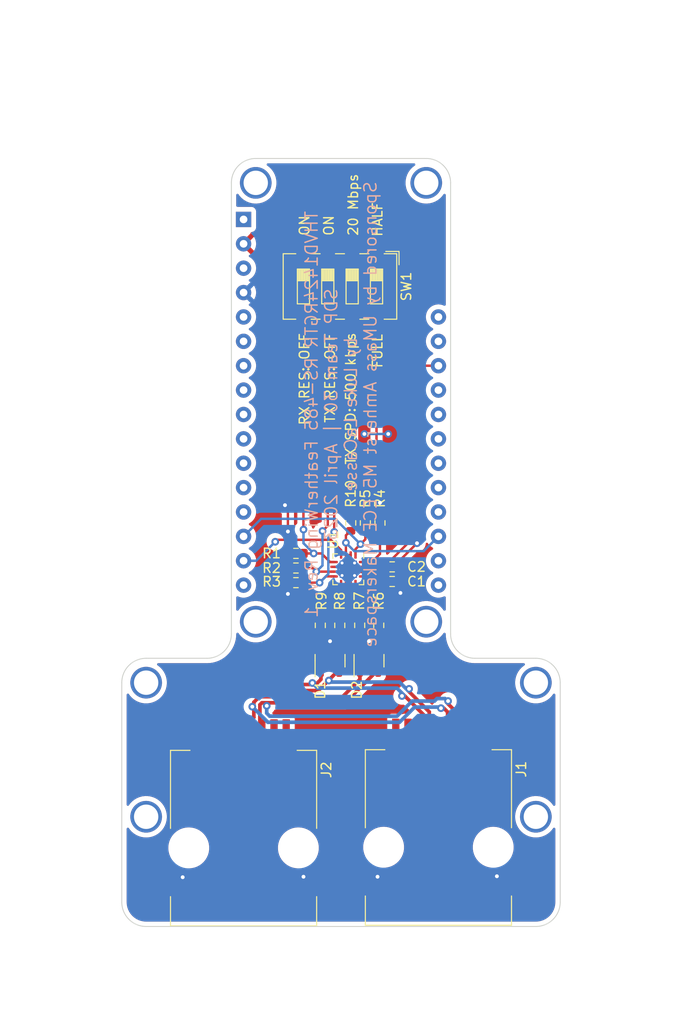
<source format=kicad_pcb>
(kicad_pcb (version 20211014) (generator pcbnew)
  (title_block (title "THVD1424RGTR RS-485 FeatherWing") (date "2023-04-12") (rev "1") (company "SDP Team 30") (comment 1 "by Luke LaCasse") (comment 2 "Sponsored by UMass Amherst M5 ECE Makerspace"))
  (layers (0 "F.Cu" signal) (31 "B.Cu" signal) (34 "B.Paste" user) (35 "F.Paste" user) (36 "B.SilkS" user "B.Silkscreen") (37 "F.SilkS" user "F.Silkscreen") (38 "B.Mask" user) (39 "F.Mask" user) (44 "Edge.Cuts" user))
  (net 0 "")
  (net 1 "GND")
  (net 2 "+5V")
  (net 3 "+3V3")
  (net 4 "/D1_N")
  (net 5 "/D1_P")
  (net 18 "/RX")
  (net 19 "/TX")
  (net 23 "/DE{slash}~{RE}")
  (net 32 "/D2_N")
  (net 33 "/D2_P")
  (net 36 "/TERM_TX")
  (net 37 "/TERM_RX")
  (net 38 "/SLR")
  (net 39 "/H{slash}~{F}")
  (net 40 "/Y")
  (net 41 "/Z")
  (net 44 "/A")
  (net 45 "/B")
  (footprint "SDP_KICAD_FOOTPRINT:0955406888-MOLEX" (layer "F.Cu") (at 83.82 126.365)
    (fp_text reference "J1" (at 8.636 -8.128 90 unlocked) (layer "F.SilkS"))
    (fp_text value "8P8C_Shielded")
    (fp_line (start -7.62 -10.16) (end -7.62 -2.032) (layer "F.SilkS") (width 0.12))
    (fp_line (start -5.588 -10.16) (end -7.62 -10.16) (layer "F.SilkS") (width 0.12))
    (fp_line (start 7.62 -2.032) (end 7.62 -10.16) (layer "F.SilkS") (width 0.12))
    (fp_line (start -7.62 8.128) (end 7.62 8.128) (layer "F.SilkS") (width 0.12))
    (fp_line (start 7.62 8.128) (end 7.62 5.08) (layer "F.SilkS") (width 0.12))
    (fp_line (start -7.62 8.128) (end -7.62 5.08) (layer "F.SilkS") (width 0.12))
    (fp_line (start 7.62 -10.16) (end 5.588 -10.16) (layer "F.SilkS") (width 0.12))
    (pad "" np_thru_hole circle (at 5.715 0) (size 3.25 3.25) (drill 3.25) (layers F&B.Cu *.Mask))
    (pad "" np_thru_hole circle (at -5.715 0) (size 3.25 3.25) (drill 3.25) (layers F&B.Cu *.Mask))
    (pad "1" smd rect (at -4.445 -10.225) (size 0.76 6.35) (layers "F.Cu" "F.Paste" "F.Mask"))
    (pad "2" smd rect (at -3.175 -10.225) (size 0.76 6.35) (layers "F.Cu" "F.Paste" "F.Mask"))
    (pad "3" smd rect (at -1.905 -10.225) (size 0.76 6.35) (layers "F.Cu" "F.Paste" "F.Mask") (net 4 "/D1_N"))
    (pad "4" smd rect (at -0.635 -10.225) (size 0.76 6.35) (layers "F.Cu" "F.Paste" "F.Mask") (net 5 "/D1_P"))
    (pad "5" smd rect (at 0.635 -10.225) (size 0.76 6.35) (layers "F.Cu" "F.Paste" "F.Mask") (net 32 "/D2_N"))
    (pad "6" smd rect (at 1.905 -10.225) (size 0.76 6.35) (layers "F.Cu" "F.Paste" "F.Mask") (net 33 "/D2_P"))
    (pad "7" smd rect (at 3.175 -10.225) (size 0.76 6.35) (layers "F.Cu" "F.Paste" "F.Mask"))
    (pad "8" smd rect (at 4.445 -10.225) (size 0.76 6.35) (layers "F.Cu" "F.Paste" "F.Mask"))
    (pad "SH" smd rect (at 8.465 3.05) (size 2.54 2.94) (layers "F.Cu" "F.Paste" "F.Mask") (net 1 "GND"))
    (pad "SH" smd rect (at -8.465 3.05) (size 2.54 2.94) (layers "F.Cu" "F.Paste" "F.Mask") (net 1 "GND"))
  )
  (footprint "Resistor_SMD:R_0603_1608Metric" (layer "F.Cu") (at 77.597 103.246 -90)
    (fp_text reference "R6" (at -2.535 0 90) (layer "F.SilkS"))
    (fp_text value "10")
    (fp_line (start -0.237258 0.5225) (end 0.237258 0.5225) (layer "F.SilkS") (width 0.12))
    (fp_line (start -0.237258 -0.5225) (end 0.237258 -0.5225) (layer "F.SilkS") (width 0.12))
    (pad "1" smd roundrect (at -0.825 0 270) (size 0.8 0.95) (layers "F.Cu" "F.Paste" "F.Mask") (net 44 "/A"))
    (pad "2" smd roundrect (at 0.825 0 270) (size 0.8 0.95) (layers "F.Cu" "F.Paste" "F.Mask") (net 33 "/D2_P"))
  )
  (footprint "" (layer "F.Cu") (at 82.55 57.15)
    (fp_text reference "" (at 0 0) (layer "F.SilkS") (effects (font (size 1.27 1.27))))
    (fp_text value "" (at 0 0) (layer "F.SilkS") (effects (font (size 1.27 1.27))))
    (pad "1" thru_hole circle (at 0 0) (size 3.302 3.302) (drill 2.54) (layers *.Cu *.Mask))
  )
  (footprint "" (layer "F.Cu") (at 82.55 102.87)
    (fp_text reference "" (at 0 0) (layer "F.SilkS") (effects (font (size 1.27 1.27))))
    (fp_text value "" (at 0 0) (layer "F.SilkS") (effects (font (size 1.27 1.27))))
    (pad "1" thru_hole circle (at 0 0) (size 3.302 3.302) (drill 2.54) (layers *.Cu *.Mask))
  )
  (footprint "Resistor_SMD:R_0603_1608Metric" (layer "F.Cu") (at 74.676 92.578 -90)
    (fp_text reference "R10" (at -3.043 0 90) (layer "F.SilkS"))
    (fp_text value "10k")
    (fp_line (start -0.237258 -0.5225) (end 0.237258 -0.5225) (layer "F.SilkS") (width 0.12))
    (fp_line (start -0.237258 0.5225) (end 0.237258 0.5225) (layer "F.SilkS") (width 0.12))
    (pad "1" smd roundrect (at -0.825 0 270) (size 0.8 0.95) (layers "F.Cu" "F.Paste" "F.Mask") (net 3 "+3V3"))
    (pad "2" smd roundrect (at 0.825 0 270) (size 0.8 0.95) (layers "F.Cu" "F.Paste" "F.Mask") (net 23 "/DE{slash}~{RE}"))
  )
  (footprint "" (layer "F.Cu") (at 53.34 109.22)
    (fp_text reference "" (at 0 0) (layer "F.SilkS") (effects (font (size 1.27 1.27))))
    (fp_text value "" (at 0 0) (layer "F.SilkS") (effects (font (size 1.27 1.27))))
    (pad "1" thru_hole circle (at 0 0) (size 3.302 3.302) (drill 2.54) (layers *.Cu *.Mask))
  )
  (footprint "Resistor_SMD:R_0603_1608Metric" (layer "F.Cu") (at 68.961 97.277 180)
    (fp_text reference "R2" (at 2.54 0) (layer "F.SilkS"))
    (fp_text value "10k")
    (fp_line (start -0.237258 0.5225) (end 0.237258 0.5225) (layer "F.SilkS") (width 0.12))
    (fp_line (start -0.237258 -0.5225) (end 0.237258 -0.5225) (layer "F.SilkS") (width 0.12))
    (pad "1" smd roundrect (at -0.825 0 180) (size 0.8 0.95) (layers "F.Cu" "F.Paste" "F.Mask") (net 37 "/TERM_RX"))
    (pad "2" smd roundrect (at 0.825 0 180) (size 0.8 0.95) (layers "F.Cu" "F.Paste" "F.Mask") (net 1 "GND"))
  )
  (footprint "" (layer "F.Cu") (at 64.77 57.15)
    (fp_text reference "" (at 0 0) (layer "F.SilkS") (effects (font (size 1.27 1.27))))
    (fp_text value "" (at 0 0) (layer "F.SilkS") (effects (font (size 1.27 1.27))))
    (pad "1" thru_hole circle (at 0 0) (size 3.302 3.302) (drill 2.54) (layers *.Cu *.Mask))
  )
  (footprint "" (layer "F.Cu") (at 53.34 123.19)
    (fp_text reference "" (at 0 0) (layer "F.SilkS") (effects (font (size 1.27 1.27))))
    (fp_text value "" (at 0 0) (layer "F.SilkS") (effects (font (size 1.27 1.27))))
    (pad "1" thru_hole circle (at 0 0) (size 3.302 3.302) (drill 2.54) (layers *.Cu *.Mask))
  )
  (footprint "Resistor_SMD:R_0603_1608Metric" (layer "F.Cu") (at 71.501 103.251 -90)
    (fp_text reference "R9" (at -2.535 -0.127 90) (layer "F.SilkS"))
    (fp_text value "10")
    (fp_line (start -0.237258 -0.5225) (end 0.237258 -0.5225) (layer "F.SilkS") (width 0.12))
    (fp_line (start -0.237258 0.5225) (end 0.237258 0.5225) (layer "F.SilkS") (width 0.12))
    (pad "1" smd roundrect (at -0.825 0 270) (size 0.8 0.95) (layers "F.Cu" "F.Paste" "F.Mask") (net 40 "/Y"))
    (pad "2" smd roundrect (at 0.825 0 270) (size 0.8 0.95) (layers "F.Cu" "F.Paste" "F.Mask") (net 4 "/D1_N"))
  )
  (footprint "Resistor_SMD:R_0603_1608Metric" (layer "F.Cu") (at 76.2 92.583 -90)
    (fp_text reference "R5" (at -2.54 0 90) (layer "F.SilkS"))
    (fp_text value "10k")
    (fp_line (start -0.237258 -0.5225) (end 0.237258 -0.5225) (layer "F.SilkS") (width 0.12))
    (fp_line (start -0.237258 0.5225) (end 0.237258 0.5225) (layer "F.SilkS") (width 0.12))
    (pad "1" smd roundrect (at -0.825 0 270) (size 0.8 0.95) (layers "F.Cu" "F.Paste" "F.Mask") (net 3 "+3V3"))
    (pad "2" smd roundrect (at 0.825 0 270) (size 0.8 0.95) (layers "F.Cu" "F.Paste" "F.Mask") (net 18 "/RX"))
  )
  (footprint "Resistor_SMD:R_0603_1608Metric" (layer "F.Cu") (at 73.533 103.251 -90)
    (fp_text reference "R8" (at -2.535 0 90) (layer "F.SilkS"))
    (fp_text value "10")
    (fp_line (start -0.237258 0.5225) (end 0.237258 0.5225) (layer "F.SilkS") (width 0.12))
    (fp_line (start -0.237258 -0.5225) (end 0.237258 -0.5225) (layer "F.SilkS") (width 0.12))
    (pad "1" smd roundrect (at -0.825 0 270) (size 0.8 0.95) (layers "F.Cu" "F.Paste" "F.Mask") (net 41 "/Z"))
    (pad "2" smd roundrect (at 0.825 0 270) (size 0.8 0.95) (layers "F.Cu" "F.Paste" "F.Mask") (net 5 "/D1_P"))
  )
  (footprint "Resistor_SMD:R_0603_1608Metric" (layer "F.Cu") (at 75.611 103.246 -90)
    (fp_text reference "R7" (at -2.535 0.046 90) (layer "F.SilkS"))
    (fp_text value "10")
    (fp_line (start -0.237258 0.5225) (end 0.237258 0.5225) (layer "F.SilkS") (width 0.12))
    (fp_line (start -0.237258 -0.5225) (end 0.237258 -0.5225) (layer "F.SilkS") (width 0.12))
    (pad "1" smd roundrect (at -0.825 0 270) (size 0.8 0.95) (layers "F.Cu" "F.Paste" "F.Mask") (net 45 "/B"))
    (pad "2" smd roundrect (at 0.825 0 270) (size 0.8 0.95) (layers "F.Cu" "F.Paste" "F.Mask") (net 32 "/D2_N"))
  )
  (footprint "Resistor_SMD:R_0603_1608Metric" (layer "F.Cu") (at 78.994 97.155)
    (fp_text reference "C2" (at 2.54 0) (layer "F.SilkS"))
    (fp_text value "1uF")
    (fp_line (start -0.237258 -0.5225) (end 0.237258 -0.5225) (layer "F.SilkS") (width 0.12))
    (fp_line (start -0.237258 0.5225) (end 0.237258 0.5225) (layer "F.SilkS") (width 0.12))
    (pad "1" smd roundrect (at -0.825 0) (size 0.8 0.95) (layers "F.Cu" "F.Paste" "F.Mask") (net 2 "+5V"))
    (pad "2" smd roundrect (at 0.825 0) (size 0.8 0.95) (layers "F.Cu" "F.Paste" "F.Mask") (net 1 "GND"))
  )
  (footprint "Resistor_SMD:R_0603_1608Metric" (layer "F.Cu") (at 68.961 95.753 180)
    (fp_text reference "R1" (at 2.54 0) (layer "F.SilkS"))
    (fp_text value "10k")
    (fp_line (start -0.237258 0.5225) (end 0.237258 0.5225) (layer "F.SilkS") (width 0.12))
    (fp_line (start -0.237258 -0.5225) (end 0.237258 -0.5225) (layer "F.SilkS") (width 0.12))
    (pad "1" smd roundrect (at -0.825 0 180) (size 0.8 0.95) (layers "F.Cu" "F.Paste" "F.Mask") (net 36 "/TERM_TX"))
    (pad "2" smd roundrect (at 0.825 0 180) (size 0.8 0.95) (layers "F.Cu" "F.Paste" "F.Mask") (net 1 "GND"))
  )
  (footprint "Button_Switch_SMD:SW_DIP_SPSTx04_Slide_6.7x11.72mm_W6.73mm_P2.54mm_LowProfile_JPin" (layer "F.Cu") (at 73.5525 67.945 -90)
    (fp_text reference "SW1" (at 0 -6.92 -270) (layer "F.SilkS"))
    (fp_text value "SW_DIP_x04")
    (fp_line (start -1.81 -3.175) (end 1.81 -3.175) (layer "F.SilkS") (width 0.12))
    (fp_line (start -1.81 -1.065) (end -0.603333 -1.065) (layer "F.SilkS") (width 0.12))
    (fp_line (start -3.41 -5.92) (end -3.41 -4.61) (layer "F.SilkS") (width 0.12))
    (fp_line (start 1.81 4.445) (end 1.81 3.175) (layer "F.SilkS") (width 0.12))
    (fp_line (start -1.81 -3.965) (end -0.603333 -3.965) (layer "F.SilkS") (width 0.12))
    (fp_line (start -1.81 3.775) (end -0.603333 3.775) (layer "F.SilkS") (width 0.12))
    (fp_line (start -1.81 -3.725) (end -0.603333 -3.725) (layer "F.SilkS") (width 0.12))
    (fp_line (start -1.81 3.415) (end -0.603333 3.415) (layer "F.SilkS") (width 0.12))
    (fp_line (start 3.41 2.07) (end 3.41 3.01) (layer "F.SilkS") (width 0.12))
    (fp_line (start 3.41 -0.47) (end 3.41 0.47) (layer "F.SilkS") (width 0.12))
    (fp_line (start -1.81 -1.665) (end -0.603333 -1.665) (layer "F.SilkS") (width 0.12))
    (fp_line (start -1.81 4.015) (end -0.603333 4.015) (layer "F.SilkS") (width 0.12))
    (fp_line (start -1.81 -1.305) (end -0.603333 -1.305) (layer "F.SilkS") (width 0.12))
    (fp_line (start 1.81 -0.635) (end 1.81 -1.905) (layer "F.SilkS") (width 0.12))
    (fp_line (start -1.81 -0.705) (end -0.603333 -0.705) (layer "F.SilkS") (width 0.12))
    (fp_line (start -1.81 -1.425) (end -0.603333 -1.425) (layer "F.SilkS") (width 0.12))
    (fp_line (start -1.81 -4.325) (end -0.603333 -4.325) (layer "F.SilkS") (width 0.12))
    (fp_line (start -0.603333 0.635) (end -0.603333 1.905) (layer "F.SilkS") (width 0.12))
    (fp_line (start -1.81 3.655) (end -0.603333 3.655) (layer "F.SilkS") (width 0.12))
    (fp_line (start -1.81 4.135) (end -0.603333 4.135) (layer "F.SilkS") (width 0.12))
    (fp_line (start 1.81 -1.905) (end -1.81 -1.905) (layer "F.SilkS") (width 0.12))
    (fp_line (start -1.81 1.715) (end -0.603333 1.715) (layer "F.SilkS") (width 0.12))
    (fp_line (start -1.81 -3.845) (end -0.603333 -3.845) (layer "F.SilkS") (width 0.12))
    (fp_line (start -3.41 2.07) (end -3.41 3.01) (layer "F.SilkS") (width 0.12))
    (fp_line (start -1.81 -4.445) (end -1.81 -3.175) (layer "F.SilkS") (width 0.12))
    (fp_line (start -1.81 -0.945) (end -0.603333 -0.945) (layer "F.SilkS") (width 0.12))
    (fp_line (start 3.41 4.61) (end 3.41 5.92) (layer "F.SilkS") (width 0.12))
    (fp_line (start -1.81 1.835) (end -0.603333 1.835) (layer "F.SilkS") (width 0.12))
    (fp_line (start 1.81 0.635) (end -1.81 0.635) (layer "F.SilkS") (width 0.12))
    (fp_line (start -1.81 1.355) (end -0.603333 1.355) (layer "F.SilkS") (width 0.12))
    (fp_line (start -1.81 1.475) (end -0.603333 1.475) (layer "F.SilkS") (width 0.12))
    (fp_line (start -1.81 4.255) (end -0.603333 4.255) (layer "F.SilkS") (width 0.12))
    (fp_line (start -1.81 1.235) (end -0.603333 1.235) (layer "F.SilkS") (width 0.12))
    (fp_line (start -1.81 1.905) (end 1.81 1.905) (layer "F.SilkS") (width 0.12))
    (fp_line (start -1.81 1.595) (end -0.603333 1.595) (layer "F.SilkS") (width 0.12))
    (fp_line (start -1.81 0.995) (end -0.603333 0.995) (layer "F.SilkS") (width 0.12))
    (fp_line (start -1.81 -0.825) (end -0.603333 -0.825) (layer "F.SilkS") (width 0.12))
    (fp_line (start -1.81 -1.545) (end -0.603333 -1.545) (layer "F.SilkS") (width 0.12))
    (fp_line (start -0.603333 -1.905) (end -0.603333 -0.635) (layer "F.SilkS") (width 0.12))
    (fp_line (start -1.81 3.535) (end -0.603333 3.535) (layer "F.SilkS") (width 0.12))
    (fp_line (start -3.41 -5.92) (end 3.41 -5.92) (layer "F.SilkS") (width 0.12))
    (fp_line (start 3.41 -5.92) (end 3.41 -4.61) (layer "F.SilkS") (width 0.12))
    (fp_line (start 1.81 1.905) (end 1.81 0.635) (layer "F.SilkS") (width 0.12))
    (fp_line (start -1.81 -1.905) (end -1.81 -0.635) (layer "F.SilkS") (width 0.12))
    (fp_line (start -1.81 -1.185) (end -0.603333 -1.185) (layer "F.SilkS") (width 0.12))
    (fp_line (start 1.81 -4.445) (end -1.81 -4.445) (layer "F.SilkS") (width 0.12))
    (fp_line (start -3.41 -0.47) (end -3.41 0.47) (layer "F.SilkS") (width 0.12))
    (fp_line (start -1.81 -3.365) (end -0.603333 -3.365) (layer "F.SilkS") (width 0.12))
    (fp_line (start -1.81 4.445) (end 1.81 4.445) (layer "F.SilkS") (width 0.12))
    (fp_line (start 1.81 3.175) (end -1.81 3.175) (layer "F.SilkS") (width 0.12))
    (fp_line (start -3.41 -3.01) (end -3.41 -2.07) (layer "F.SilkS") (width 0.12))
    (fp_line (start -1.81 -4.205) (end -0.603333 -4.205) (layer "F.SilkS") (width 0.12))
    (fp_line (start -3.65 -6.16) (end -2.267 -6.16) (layer "F.SilkS") (width 0.12))
    (fp_line (start -1.81 0.635) (end -1.81 1.905) (layer "F.SilkS") (width 0.12))
    (fp_line (start 1.81 -3.175) (end 1.81 -4.445) (layer "F.SilkS") (width 0.12))
    (fp_line (start -1.81 1.115) (end -0.603333 1.115) (layer "F.SilkS") (width 0.12))
    (fp_line (start -1.81 -1.785) (end -0.603333 -1.785) (layer "F.SilkS") (width 0.12))
    (fp_line (start -1.81 0.875) (end -0.603333 0.875) (layer "F.SilkS") (width 0.12))
    (fp_line (start -3.41 4.61) (end -3.41 5.92) (layer "F.SilkS") (width 0.12))
    (fp_line (start -1.81 -4.085) (end -0.603333 -4.085) (layer "F.SilkS") (width 0.12))
    (fp_line (start -0.603333 -4.445) (end -0.603333 -3.175) (layer "F.SilkS") (width 0.12))
    (fp_line (start -1.81 4.375) (end -0.603333 4.375) (layer "F.SilkS") (width 0.12))
    (fp_line (start -3.65 -6.16) (end -3.65 -4.777) (layer "F.SilkS") (width 0.12))
    (fp_line (start -1.81 -3.485) (end -0.603333 -3.485) (layer "F.SilkS") (width 0.12))
    (fp_line (start -1.81 3.175) (end -1.81 4.445) (layer "F.SilkS") (width 0.12))
    (fp_line (start -3.41 5.92) (end 3.41 5.92) (layer "F.SilkS") (width 0.12))
    (fp_line (start -1.81 0.755) (end -0.603333 0.755) (layer "F.SilkS") (width 0.12))
    (fp_line (start -1.81 3.895) (end -0.603333 3.895) (layer "F.SilkS") (width 0.12))
    (fp_line (start 3.41 -3.01) (end 3.41 -2.07) (layer "F.SilkS") (width 0.12))
    (fp_line (start -1.81 3.295) (end -0.603333 3.295) (layer "F.SilkS") (width 0.12))
    (fp_line (start -1.81 -0.635) (end 1.81 -0.635) (layer "F.SilkS") (width 0.12))
    (fp_line (start -1.81 -3.245) (end -0.603333 -3.245) (layer "F.SilkS") (width 0.12))
    (fp_line (start -1.81 -3.605) (end -0.603333 -3.605) (layer "F.SilkS") (width 0.12))
    (fp_line (start -0.603333 3.175) (end -0.603333 4.445) (layer "F.SilkS") (width 0.12))
    (pad "1" smd rect (at -3.365 -3.81 270) (size 2.16 1.12) (layers "F.Cu" "F.Paste" "F.Mask") (net 3 "+3V3"))
    (pad "2" smd rect (at -3.365 -1.27 270) (size 2.16 1.12) (layers "F.Cu" "F.Paste" "F.Mask") (net 3 "+3V3"))
    (pad "3" smd rect (at -3.365 1.27 270) (size 2.16 1.12) (layers "F.Cu" "F.Paste" "F.Mask") (net 3 "+3V3"))
    (pad "4" smd rect (at -3.365 3.81 270) (size 2.16 1.12) (layers "F.Cu" "F.Paste" "F.Mask") (net 3 "+3V3"))
    (pad "5" smd rect (at 3.365 3.81 270) (size 2.16 1.12) (layers "F.Cu" "F.Paste" "F.Mask") (net 36 "/TERM_TX"))
    (pad "6" smd rect (at 3.365 1.27 270) (size 2.16 1.12) (layers "F.Cu" "F.Paste" "F.Mask") (net 37 "/TERM_RX"))
    (pad "7" smd rect (at 3.365 -1.27 270) (size 2.16 1.12) (layers "F.Cu" "F.Paste" "F.Mask") (net 38 "/SLR"))
    (pad "8" smd rect (at 3.365 -3.81 270) (size 2.16 1.12) (layers "F.Cu" "F.Paste" "F.Mask") (net 39 "/H{slash}~{F}"))
  )
  (footprint "Package_DFN_QFN:VQFN-16-1EP_3x3mm_P0.5mm_EP1.8x1.8mm_ThermalVias" (layer "F.Cu") (at 74.422 97.404 -90)
    (fp_text reference "U1" (at -3.0684 1.5748 -90) (layer "F.SilkS"))
    (fp_text value "THVD1424RGTR")
    (fp_line (start 1.61 1.61) (end 1.61 1.135) (layer "F.SilkS") (width 0.12))
    (fp_line (start 1.135 1.61) (end 1.61 1.61) (layer "F.SilkS") (width 0.12))
    (fp_line (start 1.135 -1.61) (end 1.61 -1.61) (layer "F.SilkS") (width 0.12))
    (fp_line (start -1.135 1.61) (end -1.61 1.61) (layer "F.SilkS") (width 0.12))
    (fp_line (start -1.135 -1.61) (end -1.61 -1.61) (layer "F.SilkS") (width 0.12))
    (fp_line (start -1.61 1.61) (end -1.61 1.135) (layer "F.SilkS") (width 0.12))
    (fp_line (start 1.61 -1.61) (end 1.61 -1.135) (layer "F.SilkS") (width 0.12))
    (pad "1" smd roundrect (at -1.4875 -0.75 270) (size 0.775 0.25) (layers "F.Cu" "F.Paste" "F.Mask") (net 18 "/RX"))
    (pad "2" smd roundrect (at -1.4875 -0.25 270) (size 0.775 0.25) (layers "F.Cu" "F.Paste" "F.Mask") (net 23 "/DE{slash}~{RE}"))
    (pad "3" smd roundrect (at -1.4875 0.25 270) (size 0.775 0.25) (layers "F.Cu" "F.Paste" "F.Mask") (net 23 "/DE{slash}~{RE}"))
    (pad "4" smd roundrect (at -1.4875 0.75 270) (size 0.775 0.25) (layers "F.Cu" "F.Paste" "F.Mask") (net 19 "/TX"))
    (pad "5" smd roundrect (at -0.75 1.4875 270) (size 0.25 0.775) (layers "F.Cu" "F.Paste" "F.Mask") (net 36 "/TERM_TX"))
    (pad "6" smd roundrect (at -0.25 1.4875 270) (size 0.25 0.775) (layers "F.Cu" "F.Paste" "F.Mask") (net 1 "GND"))
    (pad "7" smd roundrect (at 0.25 1.4875 270) (size 0.25 0.775) (layers "F.Cu" "F.Paste" "F.Mask") (net 37 "/TERM_RX"))
    (pad "8" smd roundrect (at 0.75 1.4875 270) (size 0.25 0.775) (layers "F.Cu" "F.Paste" "F.Mask") (net 38 "/SLR"))
    (pad "9" smd roundrect (at 1.4875 0.75 270) (size 0.775 0.25) (layers "F.Cu" "F.Paste" "F.Mask") (net 40 "/Y"))
    (pad "10" smd roundrect (at 1.4875 0.25 270) (size 0.775 0.25) (layers "F.Cu" "F.Paste" "F.Mask") (net 41 "/Z"))
    (pad "11" smd roundrect (at 1.4875 -0.25 270) (size 0.775 0.25) (layers "F.Cu" "F.Paste" "F.Mask") (net 45 "/B"))
    (pad "12" smd roundrect (at 1.4875 -0.75 270) (size 0.775 0.25) (layers "F.Cu" "F.Paste" "F.Mask") (net 44 "/A"))
    (pad "13" smd roundrect (at 0.75 -1.4875 270) (size 0.25 0.775) (layers "F.Cu" "F.Paste" "F.Mask") (net 3 "+3V3"))
    (pad "14" smd roundrect (at 0.25 -1.4875 270) (size 0.25 0.775) (layers "F.Cu" "F.Paste" "F.Mask") (net 2 "+5V"))
    (pad "15" smd roundrect (at -0.25 -1.4875 270) (size 0.25 0.775) (layers "F.Cu" "F.Paste" "F.Mask") (net 39 "/H{slash}~{F}"))
    (pad "16" smd roundrect (at -0.75 -1.4875 270) (size 0.25 0.775) (layers "F.Cu" "F.Paste" "F.Mask"))
    (pad "17" thru_hole circle (at 0.65 -0.65 270) (size 0.5 0.5) (drill 0.3) (layers *.Cu) (net 1 "GND"))
    (pad "17" thru_hole circle (at -0.65 -0.65 270) (size 0.5 0.5) (drill 0.3) (layers *.Cu) (net 1 "GND"))
    (pad "17" thru_hole circle (at 0.65 0.65 270) (size 0.5 0.5) (drill 0.3) (layers *.Cu) (net 1 "GND"))
    (pad "17" thru_hole circle (at -0.65 0.65 270) (size 0.5 0.5) (drill 0.3) (layers *.Cu) (net 1 "GND"))
    (pad "17" smd rect (at 0 0 270) (size 1.8 1.8) (layers "F.Cu" "F.Mask") (net 1 "GND"))
    (pad "17" smd rect (at 0 0 270) (size 1.8 1.8) (layers "B.Cu") (net 1 "GND"))
  )
  (footprint "Package_TO_SOT_SMD:SOT-23" (layer "F.Cu") (at 76.581 106.934 90)
    (fp_text reference "D2" (at -3.048 -1.27 90) (layer "F.SilkS"))
    (fp_text value "SM712_SOT23")
    (fp_line (start 0 -1.56) (end 0.65 -1.56) (layer "F.SilkS") (width 0.12))
    (fp_line (start 0 -1.56) (end -1.675 -1.56) (layer "F.SilkS") (width 0.12))
    (fp_line (start 0 1.56) (end -0.65 1.56) (layer "F.SilkS") (width 0.12))
    (fp_line (start 0 1.56) (end 0.65 1.56) (layer "F.SilkS") (width 0.12))
    (pad "1" smd roundrect (at -0.9375 -0.95 90) (size 1.475 0.6) (layers "F.Cu" "F.Paste" "F.Mask") (net 32 "/D2_N"))
    (pad "2" smd roundrect (at -0.9375 0.95 90) (size 1.475 0.6) (layers "F.Cu" "F.Paste" "F.Mask") (net 33 "/D2_P"))
    (pad "3" smd roundrect (at 0.9375 0 90) (size 1.475 0.6) (layers "F.Cu" "F.Paste" "F.Mask") (net 1 "GND"))
  )
  (footprint "Resistor_SMD:R_0603_1608Metric" (layer "F.Cu") (at 77.724 92.583 90)
    (fp_text reference "R4" (at 2.54 0 90) (layer "F.SilkS"))
    (fp_text value "10k")
    (fp_line (start -0.237258 0.5225) (end 0.237258 0.5225) (layer "F.SilkS") (width 0.12))
    (fp_line (start -0.237258 -0.5225) (end 0.237258 -0.5225) (layer "F.SilkS") (width 0.12))
    (pad "1" smd roundrect (at -0.825 0 90) (size 0.8 0.95) (layers "F.Cu" "F.Paste" "F.Mask") (net 39 "/H{slash}~{F}"))
    (pad "2" smd roundrect (at 0.825 0 90) (size 0.8 0.95) (layers "F.Cu" "F.Paste" "F.Mask") (net 1 "GND"))
  )
  (footprint "" (layer "F.Cu") (at 93.98 109.22)
    (fp_text reference "" (at 0 0) (layer "F.SilkS") (effects (font (size 1.27 1.27))))
    (fp_text value "" (at 0 0) (layer "F.SilkS") (effects (font (size 1.27 1.27))))
    (pad "1" thru_hole circle (at 0 0) (size 3.302 3.302) (drill 2.54) (layers *.Cu *.Mask))
  )
  (footprint "" (layer "F.Cu") (at 64.77 102.87)
    (fp_text reference "" (at 0 0) (layer "F.SilkS") (effects (font (size 1.27 1.27))))
    (fp_text value "" (at 0 0) (layer "F.SilkS") (effects (font (size 1.27 1.27))))
    (pad "1" thru_hole circle (at 0 0) (size 3.302 3.302) (drill 2.54) (layers *.Cu *.Mask))
  )
  (footprint "" (layer "F.Cu") (at 93.98 123.19)
    (fp_text reference "" (at 0 0) (layer "F.SilkS") (effects (font (size 1.27 1.27))))
    (fp_text value "" (at 0 0) (layer "F.SilkS") (effects (font (size 1.27 1.27))))
    (pad "1" thru_hole circle (at 0 0) (size 3.302 3.302) (drill 2.54) (layers *.Cu *.Mask))
  )
  (footprint "Module:Adafruit_Feather" (layer "F.Cu") (at 63.5 60.96)
    (fp_text reference "A1" hide)
    (fp_text value "Adafruit_Feather_Generic")
    (pad "1" thru_hole rect locked (at 0 0 180) (size 1.6 1.6) (drill 0.8) (layers *.Cu *.Mask))
    (pad "2" thru_hole circle locked (at 0 2.54 180) (size 1.6 1.6) (drill 0.8) (layers *.Cu *.Mask) (net 3 "+3V3"))
    (pad "3" thru_hole circle locked (at 0 5.08 180) (size 1.6 1.6) (drill 0.8) (layers *.Cu *.Mask))
    (pad "4" thru_hole circle locked (at 0 7.62 180) (size 1.6 1.6) (drill 0.8) (layers *.Cu *.Mask) (net 1 "GND"))
    (pad "5" thru_hole circle locked (at 0 10.16 180) (size 1.6 1.6) (drill 0.8) (layers *.Cu *.Mask))
    (pad "6" thru_hole circle locked (at 0 12.7 180) (size 1.6 1.6) (drill 0.8) (layers *.Cu *.Mask))
    (pad "7" thru_hole circle locked (at 0 15.24 180) (size 1.6 1.6) (drill 0.8) (layers *.Cu *.Mask))
    (pad "8" thru_hole circle locked (at 0 17.78 180) (size 1.6 1.6) (drill 0.8) (layers *.Cu *.Mask))
    (pad "9" thru_hole circle locked (at 0 20.32 180) (size 1.6 1.6) (drill 0.8) (layers *.Cu *.Mask))
    (pad "10" thru_hole circle locked (at 0 22.86 180) (size 1.6 1.6) (drill 0.8) (layers *.Cu *.Mask))
    (pad "11" thru_hole circle locked (at 0 25.4 180) (size 1.6 1.6) (drill 0.8) (layers *.Cu *.Mask))
    (pad "12" thru_hole circle locked (at 0 27.94 180) (size 1.6 1.6) (drill 0.8) (layers *.Cu *.Mask))
    (pad "13" thru_hole circle locked (at 0 30.48 180) (size 1.6 1.6) (drill 0.8) (layers *.Cu *.Mask))
    (pad "14" thru_hole circle locked (at 0 33.02 180) (size 1.6 1.6) (drill 0.8) (layers *.Cu *.Mask) (net 18 "/RX"))
    (pad "15" thru_hole circle locked (at 0 35.56 180) (size 1.6 1.6) (drill 0.8) (layers *.Cu *.Mask) (net 19 "/TX"))
    (pad "16" thru_hole circle locked (at 0 38.1 180) (size 1.6 1.6) (drill 0.8) (layers *.Cu *.Mask))
    (pad "17" thru_hole circle locked (at 20.32 38.1 180) (size 1.6 1.6) (drill 0.8) (layers *.Cu *.Mask))
    (pad "18" thru_hole circle locked (at 20.32 35.56 180) (size 1.6 1.6) (drill 0.8) (layers *.Cu *.Mask))
    (pad "19" thru_hole circle locked (at 20.32 33.02 180) (size 1.6 1.6) (drill 0.8) (layers *.Cu *.Mask) (net 23 "/DE{slash}~{RE}"))
    (pad "20" thru_hole circle locked (at 20.32 30.48 180) (size 1.6 1.6) (drill 0.8) (layers *.Cu *.Mask))
    (pad "21" thru_hole circle locked (at 20.32 27.94 180) (size 1.6 1.6) (drill 0.8) (layers *.Cu *.Mask))
    (pad "22" thru_hole circle locked (at 20.32 25.4 180) (size 1.6 1.6) (drill 0.8) (layers *.Cu *.Mask))
    (pad "23" thru_hole circle locked (at 20.32 22.86 180) (size 1.6 1.6) (drill 0.8) (layers *.Cu *.Mask))
    (pad "24" thru_hole circle locked (at 20.32 20.32 180) (size 1.6 1.6) (drill 0.8) (layers *.Cu *.Mask))
    (pad "25" thru_hole circle locked (at 20.32 17.78 180) (size 1.6 1.6) (drill 0.8) (layers *.Cu *.Mask))
    (pad "26" thru_hole circle locked (at 20.32 15.24 180) (size 1.6 1.6) (drill 0.8) (layers *.Cu *.Mask) (net 2 "+5V"))
    (pad "27" thru_hole circle locked (at 20.32 12.7 180) (size 1.6 1.6) (drill 0.8) (layers *.Cu *.Mask))
    (pad "28" thru_hole circle locked (at 20.32 10.16 180) (size 1.6 1.6) (drill 0.8) (layers *.Cu *.Mask))
  )
  (footprint "Resistor_SMD:R_0603_1608Metric" (layer "F.Cu") (at 68.961 98.801 180)
    (fp_text reference "R3" (at 2.53 0.102) (layer "F.SilkS"))
    (fp_text value "10k")
    (fp_line (start -0.237258 0.5225) (end 0.237258 0.5225) (layer "F.SilkS") (width 0.12))
    (fp_line (start -0.237258 -0.5225) (end 0.237258 -0.5225) (layer "F.SilkS") (width 0.12))
    (pad "1" smd roundrect (at -0.825 0 180) (size 0.8 0.95) (layers "F.Cu" "F.Paste" "F.Mask") (net 38 "/SLR"))
    (pad "2" smd roundrect (at 0.825 0 180) (size 0.8 0.95) (layers "F.Cu" "F.Paste" "F.Mask") (net 1 "GND"))
  )
  (footprint "SDP_KICAD_FOOTPRINT:0955406888-MOLEX" (layer "F.Cu") (at 63.5 126.431)
    (fp_text reference "J2" (at 8.636 -8.128 90 unlocked) (layer "F.SilkS"))
    (fp_text value "8P8C_Shielded")
    (fp_line (start -7.62 8.128) (end 7.62 8.128) (layer "F.SilkS") (width 0.12))
    (fp_line (start 7.62 -10.16) (end 5.588 -10.16) (layer "F.SilkS") (width 0.12))
    (fp_line (start -7.62 -10.16) (end -7.62 -2.032) (layer "F.SilkS") (width 0.12))
    (fp_line (start -5.588 -10.16) (end -7.62 -10.16) (layer "F.SilkS") (width 0.12))
    (fp_line (start -7.62 8.128) (end -7.62 5.08) (layer "F.SilkS") (width 0.12))
    (fp_line (start 7.62 -2.032) (end 7.62 -10.16) (layer "F.SilkS") (width 0.12))
    (fp_line (start 7.62 8.128) (end 7.62 5.08) (layer "F.SilkS") (width 0.12))
    (pad "" np_thru_hole circle (at 5.715 0) (size 3.25 3.25) (drill 3.25) (layers F&B.Cu *.Mask))
    (pad "" np_thru_hole circle (at -5.715 0) (size 3.25 3.25) (drill 3.25) (layers F&B.Cu *.Mask))
    (pad "1" smd rect (at -4.445 -10.225) (size 0.76 6.35) (layers "F.Cu" "F.Paste" "F.Mask"))
    (pad "2" smd rect (at -3.175 -10.225) (size 0.76 6.35) (layers "F.Cu" "F.Paste" "F.Mask"))
    (pad "3" smd rect (at -1.905 -10.225) (size 0.76 6.35) (layers "F.Cu" "F.Paste" "F.Mask") (net 4 "/D1_N"))
    (pad "4" smd rect (at -0.635 -10.225) (size 0.76 6.35) (layers "F.Cu" "F.Paste" "F.Mask") (net 5 "/D1_P"))
    (pad "5" smd rect (at 0.635 -10.225) (size 0.76 6.35) (layers "F.Cu" "F.Paste" "F.Mask") (net 32 "/D2_N"))
    (pad "6" smd rect (at 1.905 -10.225) (size 0.76 6.35) (layers "F.Cu" "F.Paste" "F.Mask") (net 33 "/D2_P"))
    (pad "7" smd rect (at 3.175 -10.225) (size 0.76 6.35) (layers "F.Cu" "F.Paste" "F.Mask"))
    (pad "8" smd rect (at 4.445 -10.225) (size 0.76 6.35) (layers "F.Cu" "F.Paste" "F.Mask"))
    (pad "SH" smd rect (at -8.465 3.05) (size 2.54 2.94) (layers "F.Cu" "F.Paste" "F.Mask") (net 1 "GND"))
    (pad "SH" smd rect (at 8.465 3.05) (size 2.54 2.94) (layers "F.Cu" "F.Paste" "F.Mask") (net 1 "GND"))
  )
  (footprint "Package_TO_SOT_SMD:SOT-23" (layer "F.Cu") (at 72.517 106.934 90)
    (fp_text reference "D1" (at -3.048 -1.016 90) (layer "F.SilkS"))
    (fp_text value "SM712_SOT23")
    (fp_line (start 0 1.56) (end -0.65 1.56) (layer "F.SilkS") (width 0.12))
    (fp_line (start 0 1.56) (end 0.65 1.56) (layer "F.SilkS") (width 0.12))
    (fp_line (start 0 -1.56) (end -1.675 -1.56) (layer "F.SilkS") (width 0.12))
    (fp_line (start 0 -1.56) (end 0.65 -1.56) (layer "F.SilkS") (width 0.12))
    (pad "1" smd roundrect (at -0.9375 -0.95 90) (size 1.475 0.6) (layers "F.Cu" "F.Paste" "F.Mask") (net 4 "/D1_N"))
    (pad "2" smd roundrect (at -0.9375 0.95 90) (size 1.475 0.6) (layers "F.Cu" "F.Paste" "F.Mask") (net 5 "/D1_P"))
    (pad "3" smd roundrect (at 0.9375 0 90) (size 1.475 0.6) (layers "F.Cu" "F.Paste" "F.Mask") (net 1 "GND"))
  )
  (footprint "Resistor_SMD:R_0603_1608Metric" (layer "F.Cu") (at 78.994 98.679)
    (fp_text reference "C1" (at 2.54 0) (layer "F.SilkS"))
    (fp_text value "1uF")
    (fp_line (start -0.237258 0.5225) (end 0.237258 0.5225) (layer "F.SilkS") (width 0.12))
    (fp_line (start -0.237258 -0.5225) (end 0.237258 -0.5225) (layer "F.SilkS") (width 0.12))
    (pad "1" smd roundrect (at -0.825 0) (size 0.8 0.95) (layers "F.Cu" "F.Paste" "F.Mask") (net 3 "+3V3"))
    (pad "2" smd roundrect (at 0.825 0) (size 0.8 0.95) (layers "F.Cu" "F.Paste" "F.Mask") (net 1 "GND"))
  )
  (gr_line (start 96.52 109.22) (end 96.52 132.08) (layer "Edge.Cuts") (width 0.1))
  (gr_arc (start 87.63 106.68) (mid 85.833949 105.936051) (end 85.09 104.14) (layer "Edge.Cuts") (width 0.1))
  (gr_arc (start 53.34 134.62) (mid 51.543949 133.876051) (end 50.8 132.08) (layer "Edge.Cuts") (width 0.1))
  (gr_line (start 53.34 134.62) (end 93.98 134.62) (layer "Edge.Cuts") (width 0.1))
  (gr_arc (start 96.52 132.08) (mid 95.776051 133.876051) (end 93.98 134.62) (layer "Edge.Cuts") (width 0.1))
  (gr_arc (start 50.8 109.22) (mid 51.543949 107.423949) (end 53.34 106.68) (layer "Edge.Cuts") (width 0.1))
  (gr_arc (start 93.98 106.68) (mid 95.776051 107.423949) (end 96.52 109.22) (layer "Edge.Cuts") (width 0.1))
  (gr_line (start 82.55 54.61) (end 64.77 54.61) (layer "Edge.Cuts") (width 0.1))
  (gr_line (start 87.63 106.68) (end 93.98 106.68) (layer "Edge.Cuts") (width 0.1))
  (gr_line (start 50.8 132.08) (end 50.8 109.22) (layer "Edge.Cuts") (width 0.1))
  (gr_arc (start 82.55 54.61) (mid 84.346051 55.353949) (end 85.09 57.15) (layer "Edge.Cuts") (width 0.1))
  (gr_arc (start 62.23 104.14) (mid 61.486051 105.936051) (end 59.69 106.68) (layer "Edge.Cuts") (width 0.1))
  (gr_line (start 53.34 106.68) (end 59.69 106.68) (layer "Edge.Cuts") (width 0.1))
  (gr_arc (start 62.23 57.15) (mid 62.973949 55.353949) (end 64.77 54.61) (layer "Edge.Cuts") (width 0.1))
  (gr_line (start 62.23 57.15) (end 62.23 104.14) (layer "Edge.Cuts") (width 0.1))
  (gr_line (start 85.09 57.15) (end 85.09 104.14) (layer "Edge.Cuts") (width 0.1))
  (gr_text "THVD1424RGTR RS-485 FeatherWing Rev. 1\nSDP Team 30 | April 2023\nby Luke LaCasse\nSponsored by UMass Amherst M5 ECE Makerspace" (at 73.66 81.28 90) (layer "B.SilkS") (effects (font (size 1.27 1.27) (thickness 0.1524)) (justify mirror)))
  (gr_text "FULL" (at 77.47 74.676 90) (layer "F.SilkS") (effects (font (size 1 1))))
  (gr_text "20 Mbps" (at 74.93 59.436 90) (layer "F.SilkS") (effects (font (size 1 1))))
  (gr_text "ON" (at 72.39 61.595 90) (layer "F.SilkS") (effects (font (size 1 1))))
  (gr_text "TX SPD: 500 kbps" (at 74.676 79.629 90) (layer "F.SilkS") (effects (font (size 1 1))))
  (gr_text "RX RES: OFF" (at 69.85 77.597 90) (layer "F.SilkS") (effects (font (size 1 1))))
  (gr_text "TX RES: OFF" (at 72.517 77.47 90) (layer "F.SilkS") (effects (font (size 1 1))))
  (gr_text "ON" (at 69.85 61.595 90) (layer "F.SilkS") (effects (font (size 1 1))))
  (gr_text "HALF" (at 77.47 60.96 90) (layer "F.SilkS") (effects (font (size 1 1))))
  (segment (start 57.1418 129.481) (end 57.15 129.4892) (width 0.25) (layer "F.Cu") (net 1))
  (segment (start 68.1228 93.472) (end 68.1228 91.0336) (width 0.25) (layer "F.Cu") (net 1))
  (segment (start 69.791 129.481) (end 69.7484 129.4384) (width 0.25) (layer "F.Cu") (net 1))
  (segment (start 68.136 95.753) (end 68.136 98.8436) (width 0.25) (layer "F.Cu") (net 1))
  (segment (start 75.355 129.415) (end 77.4466 129.415) (width 0.25) (layer "F.Cu") (net 1))
  (segment (start 89.9434 129.415) (end 89.916 129.3876) (width 0.25) (layer "F.Cu") (net 1))
  (segment (start 55.035 129.481) (end 57.1418 129.481) (width 0.25) (layer "F.Cu") (net 1))
  (segment (start 72.9345 97.154) (end 74.1416 97.154) (width 0.25) (layer "F.Cu") (net 1))
  (segment (start 79.8576 99.8728) (end 79.8576 97.1804) (width 0.25) (layer "F.Cu") (net 1))
  (segment (start 76.581 105.9965) (end 76.581 104.902) (width 0.25) (layer "F.Cu") (net 1))
  (segment (start 79.819 97.155) (end 79.819 96.457) (width 0.25) (layer "F.Cu") (net 1))
  (segment (start 79.819 96.457) (end 81.5848 94.6912) (width 0.25) (layer "F.Cu") (net 1))
  (segment (start 72.517 105.9965) (end 72.517 104.902) (width 0.25) (layer "F.Cu") (net 1))
  (segment (start 79.819 98.6922) (end 79.8068 98.7044) (width 0.25) (layer "F.Cu") (net 1))
  (segment (start 77.724 91.758) (end 77.724 90.4748) (width 0.25) (layer "F.Cu") (net 1))
  (segment (start 71.965 129.481) (end 69.791 129.481) (width 0.25) (layer "F.Cu") (net 1))
  (segment (start 68.1228 91.0336) (end 67.818 90.7288) (width 0.25) (layer "F.Cu") (net 1))
  (segment (start 74.1416 97.154) (end 74.168 97.1804) (width 0.25) (layer "F.Cu") (net 1))
  (segment (start 77.4466 129.415) (end 77.47 129.4384) (width 0.25) (layer "F.Cu") (net 1))
  (segment (start 68.136 99.9612) (end 68.1228 99.9744) (width 0.25) (layer "F.Cu") (net 1))
  (segment (start 68.136 98.801) (end 68.136 99.9612) (width 0.25) (layer "F.Cu") (net 1))
  (segment (start 92.285 129.415) (end 89.9434 129.415) (width 0.25) (layer "F.Cu") (net 1))
  (via (at 67.818 90.7288) (size 0.8) (drill 0.4) (layers "F.Cu" "B.Cu") (net 1))
  (via (at 69.7484 129.4384) (size 0.8) (drill 0.4) (layers "F.Cu" "B.Cu") (net 1))
  (via (at 72.517 104.902) (size 0.8) (drill 0.4) (layers "F.Cu" "B.Cu") (net 1))
  (via (at 68.1228 93.472) (size 0.8) (drill 0.4) (layers "F.Cu" "B.Cu") (net 1))
  (via (at 68.1228 99.9744) (size 0.8) (drill 0.4) (layers "F.Cu" "B.Cu") (net 1))
  (via (at 77.47 129.4384) (size 0.8) (drill 0.4) (layers "F.Cu" "B.Cu") (net 1))
  (via (at 79.8576 99.8728) (size 0.8) (drill 0.4) (layers "F.Cu" "B.Cu") (net 1))
  (via (at 89.916 129.3876) (size 0.8) (drill 0.4) (layers "F.Cu" "B.Cu") (net 1))
  (via (at 81.5848 94.6912) (size 0.8) (drill 0.4) (layers "F.Cu" "B.Cu") (net 1))
  (via (at 57.15 129.4892) (size 0.8) (drill 0.4) (layers "F.Cu" "B.Cu") (net 1))
  (via (at 77.724 90.4748) (size 0.8) (drill 0.4) (layers "F.Cu" "B.Cu") (net 1))
  (via (at 76.581 104.902) (size 0.8) (drill 0.4) (layers "F.Cu" "B.Cu") (net 1))
  (segment (start 80.5688 76.9112) (end 81.28 76.2) (width 0.25) (layer "F.Cu") (net 2))
  (segment (start 81.28 76.2) (end 83.7184 76.2) (width 0.25) (layer "F.Cu") (net 2))
  (segment (start 78.169 97.155) (end 80.5688 94.7552) (width 0.25) (layer "F.Cu") (net 2))
  (segment (start 80.5688 94.7552) (end 80.5688 76.9112) (width 0.25) (layer "F.Cu") (net 2))
  (segment (start 78.169 97.155) (end 77.6356 97.6884) (width 0.25) (layer "F.Cu") (net 2))
  (segment (start 77.6356 97.6884) (end 75.647 97.6884) (width 0.25) (layer "F.Cu") (net 2))
  (segment (start 77.3625 64.58) (end 69.7616 64.58) (width 0.381) (layer "F.Cu") (net 3))
  (segment (start 77.6308 98.154) (end 78.1812 98.7044) (width 0.25) (layer "F.Cu") (net 3))
  (segment (start 75.9095 98.154) (end 77.6308 98.154) (width 0.25) (layer "F.Cu") (net 3))
  (segment (start 74.676 91.753) (end 76.1574 91.753) (width 0.381) (layer "F.Cu") (net 3))
  (via (at 76.0984 83.312) (size 0.8) (drill 0.4) (layers "F.Cu" "B.Cu") (net 3))
  (via (at 78.5876 83.312) (size 0.8) (drill 0.4) (layers "F.Cu" "B.Cu") (net 3))
  (segment (start 78.5876 83.312) (end 76.0984 83.312) (width 0.25) (layer "B.Cu") (net 3))
  (segment (start 62.035806 112.462194) (end 61.595 112.903) (width 0.381) (layer "F.Cu") (net 4))
  (segment (start 81.915 116.14) (end 81.915 113.345) (width 0.381) (layer "F.Cu") (net 4))
  (segment (start 71.567 107.8715) (end 71.567 108.879131) (width 0.381) (layer "F.Cu") (net 4))
  (segment (start 62.861314 109.4125) (end 62.0415 110.232314) (width 0.381) (layer "F.Cu") (net 4))
  (segment (start 80.316047 110.607232) (end 80.019768 110.607232) (width 0.381) (layer "F.Cu") (net 4))
  (segment (start 81.915 113.345) (end 82.2345 113.0255) (width 0.381) (layer "F.Cu") (net 4))
  (segment (start 62.0415 110.232314) (end 62.0415 112.462194) (width 0.381) (layer "F.Cu") (net 4))
  (segment (start 61.595 112.903) (end 61.595 114.046) (width 0.381) (layer "F.Cu") (net 4))
  (segment (start 71.567 108.879131) (end 71.033631 109.4125) (width 0.381) (layer "F.Cu") (net 4))
  (segment (start 82.2345 113.0255) (end 82.2345 112.525685) (width 0.381) (layer "F.Cu") (net 4))
  (segment (start 71.501 104.076) (end 71.501 107.95) (width 0.381) (layer "F.Cu") (net 4))
  (segment (start 71.033631 109.4125) (end 62.861314 109.4125) (width 0.381) (layer "F.Cu") (net 4))
  (segment (start 62.0415 112.462194) (end 62.035806 112.462194) (width 0.381) (layer "F.Cu") (net 4))
  (segment (start 82.2345 112.525685) (end 80.316047 110.607232) (width 0.381) (layer "F.Cu") (net 4))
  (via (at 70.6735 109.2535) (size 0.8) (drill 0.4) (layers "F.Cu" "B.Cu") (net 4))
  (via (at 80.019768 110.607232) (size 0.8) (drill 0.4) (layers "F.Cu" "B.Cu") (net 4))
  (segment (start 80.019768 110.310953) (end 79.498315 109.7895) (width 0.381) (layer "B.Cu") (net 4))
  (segment (start 80.019768 110.607232) (end 80.019768 110.310953) (width 0.381) (layer "B.Cu") (net 4))
  (segment (start 79.498315 109.7895) (end 71.2095 109.7895) (width 0.381) (layer "B.Cu") (net 4))
  (segment (start 71.2095 109.7895) (end 70.6735 109.2535) (width 0.381) (layer "B.Cu") (net 4))
  (segment (start 82.8655 112.264315) (end 80.762232 110.161047) (width 0.381) (layer "F.Cu") (net 5))
  (segment (start 82.8655 113.0255) (end 82.8655 112.264315) (width 0.381) (layer "F.Cu") (net 5))
  (segment (start 83.185 113.345) (end 82.8655 113.0255) (width 0.381) (layer "F.Cu") (net 5))
  (segment (start 73.467 107.8715) (end 71.295 110.0435) (width 0.381) (layer "F.Cu") (net 5))
  (segment (start 80.762232 110.161047) (end 80.762232 109.864768) (width 0.381) (layer "F.Cu") (net 5))
  (segment (start 71.295 110.0435) (end 63.122686 110.0435) (width 0.381) (layer "F.Cu") (net 5))
  (segment (start 62.6725 110.493686) (end 62.6725 113.9805) (width 0.381) (layer "F.Cu") (net 5))
  (segment (start 62.6725 113.9805) (end 62.865 114.173) (width 0.381) (layer "F.Cu") (net 5))
  (segment (start 83.185 116.14) (end 83.185 113.345) (width 0.381) (layer "F.Cu") (net 5))
  (segment (start 73.533 104.076) (end 73.533 107.95) (width 0.381) (layer "F.Cu") (net 5))
  (segment (start 63.122686 110.0435) (end 62.6725 110.493686) (width 0.381) (layer "F.Cu") (net 5))
  (via (at 80.762232 109.864768) (size 0.8) (drill 0.4) (layers "F.Cu" "B.Cu") (net 5))
  (via (at 72.39 108.9995) (size 0.8) (drill 0.4) (layers "F.Cu" "B.Cu") (net 5))
  (segment (start 79.759685 109.1585) (end 72.39 109.1585) (width 0.381) (layer "B.Cu") (net 5))
  (segment (start 80.465953 109.864768) (end 79.759685 109.1585) (width 0.381) (layer "B.Cu") (net 5))
  (segment (start 72.39 109.1585) (end 72.39 108.9995) (width 0.381) (layer "B.Cu") (net 5))
  (segment (start 80.762232 109.864768) (end 80.465953 109.864768) (width 0.381) (layer "B.Cu") (net 5))
  (segment (start 75.172 95.9165) (end 75.172 95.3128) (width 0.25) (layer "F.Cu") (net 18))
  (segment (start 76.2 94.2848) (end 76.2 93.4212) (width 0.25) (layer "F.Cu") (net 18))
  (segment (start 75.172 95.3128) (end 76.2 94.2848) (width 0.25) (layer "F.Cu") (net 18))
  (via (at 75.692 94.7928) (size 0.8) (drill 0.4) (layers "F.Cu" "B.Cu") (net 18))
  (segment (start 63.5 93.98) (end 65.328801 92.151199) (width 0.25) (layer "B.Cu") (net 18))
  (segment (start 73.050399 92.151199) (end 75.692 94.7928) (width 0.25) (layer "B.Cu") (net 18))
  (segment (start 65.328801 92.151199) (end 73.050399 92.151199) (width 0.25) (layer "B.Cu") (net 18))
  (segment (start 72.5932 94.3356) (end 73.672 95.4144) (width 0.25) (layer "F.Cu") (net 19))
  (segment (start 67.0052 94.3356) (end 66.802 94.5388) (width 0.25) (layer "F.Cu") (net 19))
  (segment (start 73.672 95.9165) (end 73.672 95.4144) (width 0.25) (layer "F.Cu") (net 19))
  (segment (start 67.056 94.3356) (end 67.0052 94.3356) (width 0.25) (layer "F.Cu") (net 19))
  (segment (start 72.5932 94.3356) (end 67.056 94.3356) (width 0.25) (layer "F.Cu") (net 19))
  (via (at 66.802 94.5388) (size 0.8) (drill 0.4) (layers "F.Cu" "B.Cu") (net 19))
  (segment (start 64.8208 96.52) (end 63.5 96.52) (width 0.25) (layer "B.Cu") (net 19))
  (segment (start 66.802 94.5388) (end 64.8208 96.52) (width 0.25) (layer "B.Cu") (net 19))
  (segment (start 74.172 93.8744) (end 74.676 93.3704) (width 0.25) (layer "F.Cu") (net 23))
  (segment (start 74.672 95.9165) (end 74.1741 95.9165) (width 0.25) (layer "F.Cu") (net 23))
  (segment (start 74.172 94.6444) (end 74.172 93.8744) (width 0.25) (layer "F.Cu") (net 23))
  (segment (start 74.172 95.9165) (end 74.172 94.6444) (width 0.25) (layer "F.Cu") (net 23))
  (via (at 74.172 94.6444) (size 0.8) (drill 0.4) (layers "F.Cu" "B.Cu") (net 23))
  (segment (start 83.82 93.98) (end 82.2822 95.5178) (width 0.25) (layer "B.Cu") (net 23))
  (segment (start 75.0454 95.5178) (end 74.172 94.6444) (width 0.25) (layer "B.Cu") (net 23))
  (segment (start 82.2822 95.5178) (end 75.0454 95.5178) (width 0.25) (layer "B.Cu") (net 23))
  (segment (start 75.611 107.777) (end 75.565 107.823) (width 0.381) (layer "F.Cu") (net 32))
  (segment (start 75.611 104.071) (end 75.611 107.777) (width 0.381) (layer "F.Cu") (net 32))
  (segment (start 84.7745 112.271685) (end 84.380047 111.877232) (width 0.381) (layer "F.Cu") (net 32))
  (segment (start 84.380047 111.877232) (end 84.083768 111.877232) (width 0.381) (layer "F.Cu") (net 32))
  (segment (start 84.455 116.14) (end 84.455 113.345) (width 0.381) (layer "F.Cu") (net 32))
  (segment (start 65.147314 110.6825) (end 64.570769 111.259045) (width 0.381) (layer "F.Cu") (net 32))
  (segment (start 64.570769 112.848231) (end 64.008 113.411) (width 0.381) (layer "F.Cu") (net 32))
  (segment (start 75.631 108.879131) (end 73.827631 110.6825) (width 0.381) (layer "F.Cu") (net 32))
  (segment (start 84.7745 113.0255) (end 84.7745 112.271685) (width 0.381) (layer "F.Cu") (net 32))
  (segment (start 75.631 107.8715) (end 75.631 108.879131) (width 0.381) (layer "F.Cu") (net 32))
  (segment (start 73.827631 110.6825) (end 65.147314 110.6825) (width 0.381) (layer "F.Cu") (net 32))
  (segment (start 84.455 113.345) (end 84.7745 113.0255) (width 0.381) (layer "F.Cu") (net 32))
  (segment (start 64.570769 111.259045) (end 64.570769 112.848231) (width 0.381) (layer "F.Cu") (net 32))
  (via (at 84.083768 111.877232) (size 0.8) (drill 0.4) (layers "F.Cu" "B.Cu") (net 32))
  (via (at 64.411769 111.722937) (size 0.8) (drill 0.4) (layers "F.Cu" "B.Cu") (net 32))
  (segment (start 83.972304 111.765768) (end 81.339418 111.765768) (width 0.381) (layer "B.Cu") (net 32))
  (segment (start 79.759686 113.3455) (end 66.034332 113.3455) (width 0.381) (layer "B.Cu") (net 32))
  (segment (start 81.339418 111.765768) (end 79.759686 113.3455) (width 0.381) (layer "B.Cu") (net 32))
  (segment (start 84.083768 111.877232) (end 83.972304 111.765768) (width 0.381) (layer "B.Cu") (net 32))
  (segment (start 66.034332 113.3455) (end 64.411769 111.722937) (width 0.381) (layer "B.Cu") (net 32))
  (segment (start 85.725 116.14) (end 85.725 113.345) (width 0.381) (layer "F.Cu") (net 33))
  (segment (start 74.089 111.3135) (end 65.408686 111.3135) (width 0.381) (layer "F.Cu") (net 33))
  (segment (start 77.597 104.071) (end 77.597 108.077) (width 0.381) (layer "F.Cu") (net 33))
  (segment (start 85.725 113.345) (end 85.4055 113.0255) (width 0.381) (layer "F.Cu") (net 33))
  (segment (start 65.408686 111.3135) (end 65.201769 111.520417) (width 0.381) (layer "F.Cu") (net 33))
  (segment (start 77.531 107.8715) (end 77.597 107.9375) (width 0.381) (layer "F.Cu") (net 33))
  (segment (start 85.4055 112.010315) (end 84.826232 111.431047) (width 0.381) (layer "F.Cu") (net 33))
  (segment (start 77.531 107.8715) (end 74.089 111.3135) (width 0.381) (layer "F.Cu") (net 33))
  (segment (start 84.826232 111.431047) (end 84.826232 111.134768) (width 0.381) (layer "F.Cu") (net 33))
  (segment (start 65.201769 113.207769) (end 65.405 113.411) (width 0.381) (layer "F.Cu") (net 33))
  (segment (start 65.201769 111.520417) (end 65.201769 113.207769) (width 0.381) (layer "F.Cu") (net 33))
  (segment (start 85.4055 113.0255) (end 85.4055 112.010315) (width 0.381) (layer "F.Cu") (net 33))
  (via (at 65.913 111.633) (size 0.8) (drill 0.4) (layers "F.Cu" "B.Cu") (net 33))
  (via (at 84.826232 111.134768) (size 0.8) (drill 0.4) (layers "F.Cu" "B.Cu") (net 33))
  (segment (start 65.913 112.395) (end 65.913 111.633) (width 0.381) (layer "B.Cu") (net 33))
  (segment (start 81.078046 111.134768) (end 79.498314 112.7145) (width 0.381) (layer "B.Cu") (net 33))
  (segment (start 84.755518 111.134768) (end 84.497982 110.877232) (width 0.381) (layer "B.Cu") (net 33))
  (segment (start 84.826232 111.134768) (end 84.755518 111.134768) (width 0.381) (layer "B.Cu") (net 33))
  (segment (start 83.412018 111.134768) (end 81.078046 111.134768) (width 0.381) (layer "B.Cu") (net 33))
  (segment (start 84.497982 110.877232) (end 83.669554 110.877232) (width 0.381) (layer "B.Cu") (net 33))
  (segment (start 66.2325 112.7145) (end 65.913 112.395) (width 0.381) (layer "B.Cu") (net 33))
  (segment (start 66.421 112.7145) (end 66.2325 112.7145) (width 0.381) (layer "B.Cu") (net 33))
  (segment (start 83.669554 110.877232) (end 83.412018 111.134768) (width 0.381) (layer "B.Cu") (net 33))
  (segment (start 79.498314 112.7145) (end 66.421 112.7145) (width 0.381) (layer "B.Cu") (net 33))
  (segment (start 72.524 96.654) (end 71.628 95.758) (width 0.25) (layer "F.Cu") (net 36))
  (segment (start 69.7425 71.31) (end 69.7425 93.2629) (width 0.25) (layer "F.Cu") (net 36))
  (segment (start 69.7425 93.2629) (end 69.7484 93.2688) (width 0.25) (layer "F.Cu") (net 36))
  (segment (start 70.8152 95.758) (end 69.7992 95.758) (width 0.25) (layer "F.Cu") (net 36))
  (segment (start 71.628 95.758) (end 70.8152 95.758) (width 0.25) (layer "F.Cu") (net 36))
  (segment (start 72.9345 96.654) (end 72.524 96.654) (width 0.25) (layer "F.Cu") (net 36))
  (via (at 69.7484 93.2688) (size 0.8) (drill 0.4) (layers "F.Cu" "B.Cu") (net 36))
  (via (at 70.8152 95.758) (size 0.8) (drill 0.4) (layers "F.Cu" "B.Cu") (net 36))
  (segment (start 69.7484 93.2688) (end 69.7484 94.6912) (width 0.25) (layer "B.Cu") (net 36))
  (segment (start 69.7484 94.6912) (end 70.8152 95.758) (width 0.25) (layer "B.Cu") (net 36))
  (segment (start 72.2825 71.31) (end 72.2825 92.8683) (width 0.25) (layer "F.Cu") (net 37))
  (segment (start 72.2825 92.8683) (end 71.7296 93.4212) (width 0.25) (layer "F.Cu") (net 37))
  (segment (start 70.7136 97.282) (end 69.7484 97.282) (width 0.25) (layer "F.Cu") (net 37))
  (segment (start 72.9345 97.654) (end 71.0856 97.654) (width 0.25) (layer "F.Cu") (net 37))
  (segment (start 71.0856 97.654) (end 70.7136 97.282) (width 0.25) (layer "F.Cu") (net 37))
  (via (at 71.7296 93.4212) (size 0.8) (drill 0.4) (layers "F.Cu" "B.Cu") (net 37))
  (via (at 71.0856 97.654) (size 0.8) (drill 0.4) (layers "F.Cu" "B.Cu") (net 37))
  (segment (start 71.7296 93.4212) (end 71.7296 97.01) (width 0.25) (layer "B.Cu") (net 37))
  (segment (start 71.7296 97.01) (end 71.0856 97.654) (width 0.25) (layer "B.Cu") (net 37))
  (segment (start 69.786 98.801) (end 71.4298 98.801) (width 0.25) (layer "F.Cu") (net 38))
  (segment (start 71.4298 98.801) (end 72.0852 98.1456) (width 0.25) (layer "F.Cu") (net 38))
  (segment (start 72.0852 98.1456) (end 73.0504 98.1456) (width 0.25) (layer "F.Cu") (net 38))
  (segment (start 72.9488 89.3064) (end 72.9488 93.5228) (width 0.25) (layer "F.Cu") (net 38))
  (segment (start 74.8225 87.4327) (end 72.9488 89.3064) (width 0.25) (layer "F.Cu") (net 38))
  (segment (start 74.8225 71.31) (end 74.8225 87.4327) (width 0.25) (layer "F.Cu") (net 38))
  (via (at 71.4298 98.801) (size 0.8) (drill 0.4) (layers "F.Cu" "B.Cu") (net 38))
  (via (at 72.9488 93.5228) (size 0.8) (drill 0.4) (layers "F.Cu" "B.Cu") (net 38))
  (segment (start 72.3392 94.1324) (end 72.3392 97.8916) (width 0.25) (layer "B.Cu") (net 38))
  (segment (start 72.3392 97.8916) (end 71.4298 98.801) (width 0.25) (layer "B.Cu") (net 38))
  (segment (start 72.9488 93.5228) (end 72.3392 94.1324) (width 0.25) (layer "B.Cu") (net 38))
  (segment (start 77.3625 88.3861) (end 78.8416 89.8652) (width 0.25) (layer "F.Cu") (net 39))
  (segment (start 76.3788 97.154) (end 77.724 95.8088) (width 0.25) (layer "F.Cu") (net 39))
  (segment (start 78.8416 92.4052) (end 77.7748 93.472) (width 0.25) (layer "F.Cu") (net 39))
  (segment (start 77.724 95.8088) (end 77.724 93.3704) (width 0.25) (layer "F.Cu") (net 39))
  (segment (start 77.3625 71.31) (end 77.3625 88.3861) (width 0.25) (layer "F.Cu") (net 39))
  (segment (start 75.9095 97.154) (end 76.3788 97.154) (width 0.25) (layer "F.Cu") (net 39))
  (segment (start 78.8416 89.8652) (end 78.8416 92.4052) (width 0.25) (layer "F.Cu") (net 39))
  (segment (start 71.501 101.346) (end 73.66 99.187) (width 0.25) (layer "F.Cu") (net 40))
  (segment (start 71.501 102.426) (end 71.501 101.346) (width 0.25) (layer "F.Cu") (net 40))
  (segment (start 73.73981 99.759198) (end 73.732004 99.751392) (width 0.25) (layer "F.Cu") (net 41))
  (segment (start 73.2028 100.280596) (end 73.2028 102.5144) (width 0.25) (layer "F.Cu") (net 41))
  (segment (start 74.172 99.327008) (end 73.73981 99.759198) (width 0.25) (layer "F.Cu") (net 41))
  (segment (start 73.732004 99.751392) (end 73.2028 100.280596) (width 0.25) (layer "F.Cu") (net 41))
  (segment (start 74.172 98.8915) (end 74.172 99.327008) (width 0.25) (layer "F.Cu") (net 41))
  (segment (start 77.597 101.6) (end 75.184 99.187) (width 0.25) (layer "F.Cu") (net 44))
  (segment (start 77.597 102.421) (end 77.597 101.6) (width 0.25) (layer "F.Cu") (net 44))
  (segment (start 75.946 100.601008) (end 75.946 102.362) (width 0.25) (layer "F.Cu") (net 45))
  (segment (start 74.672 98.8915) (end 74.672 99.327008) (width 0.25) (layer "F.Cu") (net 45))
  (segment (start 74.672 99.327008) (end 75.946 100.601008) (width 0.25) (layer "F.Cu") (net 45))
  (zone (net 3) (net_name "+3V3") (layer "F.Cu") (connect_pads (clearance 0.508)) (min_thickness 0.254) (fill yes (thermal_gap 0.508) (thermal_bridge_width 0.508))
    (polygon (pts (xy 106.68 142.24) (xy 40.64 142.24) (xy 40.64 40.64) (xy 106.68 40.64)))
  )
  (zone (net 1) (net_name "GND") (layer "B.Cu") (connect_pads (clearance 0.508)) (min_thickness 0.254) (fill yes (thermal_gap 0.508) (thermal_bridge_width 0.508))
    (polygon (pts (xy 109.22 144.78) (xy 38.1 144.78) (xy 38.1 38.1) (xy 109.22 38.1)))
  )
)
</source>
